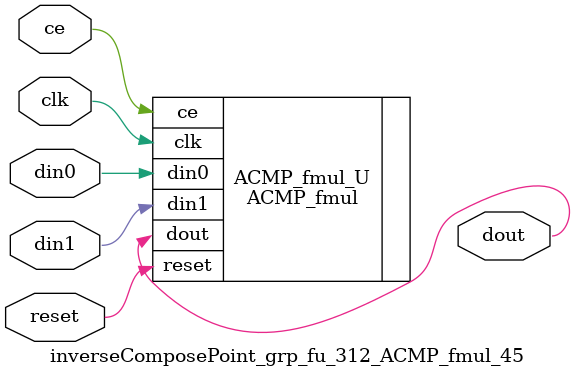
<source format=v>

`timescale 1 ns / 1 ps
module inverseComposePoint_grp_fu_312_ACMP_fmul_45(
    clk,
    reset,
    ce,
    din0,
    din1,
    dout);

parameter ID = 32'd1;
parameter NUM_STAGE = 32'd1;
parameter din0_WIDTH = 32'd1;
parameter din1_WIDTH = 32'd1;
parameter dout_WIDTH = 32'd1;
input clk;
input reset;
input ce;
input[din0_WIDTH - 1:0] din0;
input[din1_WIDTH - 1:0] din1;
output[dout_WIDTH - 1:0] dout;



ACMP_fmul #(
.ID( ID ),
.NUM_STAGE( 4 ),
.din0_WIDTH( din0_WIDTH ),
.din1_WIDTH( din1_WIDTH ),
.dout_WIDTH( dout_WIDTH ))
ACMP_fmul_U(
    .clk( clk ),
    .reset( reset ),
    .ce( ce ),
    .din0( din0 ),
    .din1( din1 ),
    .dout( dout ));

endmodule

</source>
